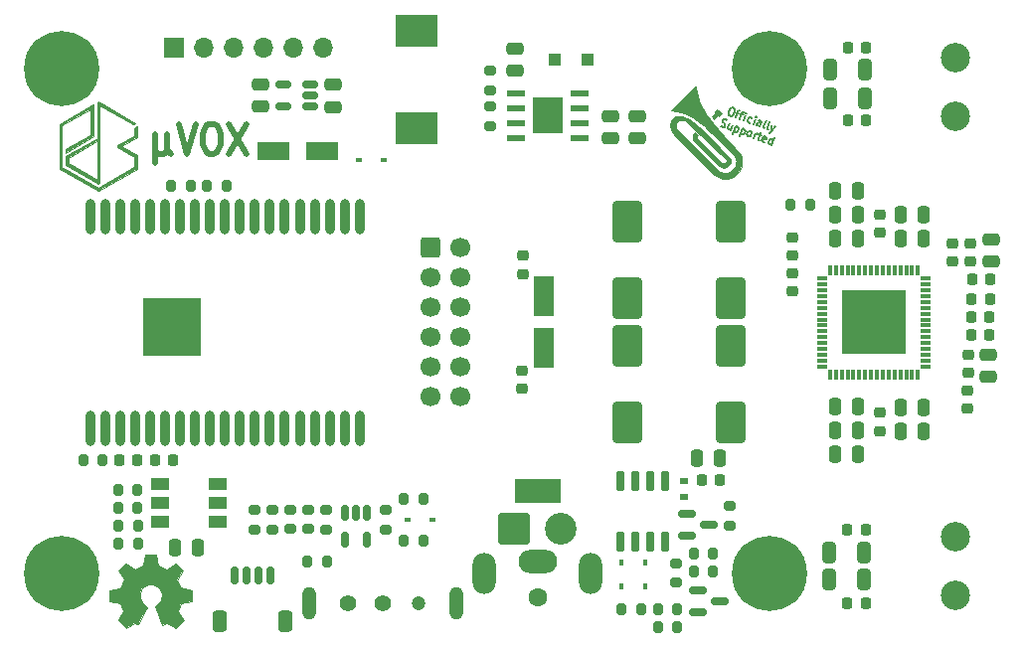
<source format=gbr>
G04 #@! TF.GenerationSoftware,KiCad,Pcbnew,(6.0.4-0)*
G04 #@! TF.CreationDate,2022-11-14T15:10:57+01:00*
G04 #@! TF.ProjectId,muVox,6d75566f-782e-46b6-9963-61645f706362,rc1*
G04 #@! TF.SameCoordinates,Original*
G04 #@! TF.FileFunction,Soldermask,Top*
G04 #@! TF.FilePolarity,Negative*
%FSLAX46Y46*%
G04 Gerber Fmt 4.6, Leading zero omitted, Abs format (unit mm)*
G04 Created by KiCad (PCBNEW (6.0.4-0)) date 2022-11-14 15:10:57*
%MOMM*%
%LPD*%
G01*
G04 APERTURE LIST*
G04 Aperture macros list*
%AMRoundRect*
0 Rectangle with rounded corners*
0 $1 Rounding radius*
0 $2 $3 $4 $5 $6 $7 $8 $9 X,Y pos of 4 corners*
0 Add a 4 corners polygon primitive as box body*
4,1,4,$2,$3,$4,$5,$6,$7,$8,$9,$2,$3,0*
0 Add four circle primitives for the rounded corners*
1,1,$1+$1,$2,$3*
1,1,$1+$1,$4,$5*
1,1,$1+$1,$6,$7*
1,1,$1+$1,$8,$9*
0 Add four rect primitives between the rounded corners*
20,1,$1+$1,$2,$3,$4,$5,0*
20,1,$1+$1,$4,$5,$6,$7,0*
20,1,$1+$1,$6,$7,$8,$9,0*
20,1,$1+$1,$8,$9,$2,$3,0*%
G04 Aperture macros list end*
%ADD10C,0.100000*%
%ADD11C,0.550000*%
%ADD12C,0.162500*%
%ADD13RoundRect,0.250000X-0.475000X0.250000X-0.475000X-0.250000X0.475000X-0.250000X0.475000X0.250000X0*%
%ADD14C,1.600000*%
%ADD15R,4.000000X2.000000*%
%ADD16O,3.300000X2.000000*%
%ADD17O,2.000000X3.500000*%
%ADD18RoundRect,0.150000X0.150000X-0.725000X0.150000X0.725000X-0.150000X0.725000X-0.150000X-0.725000X0*%
%ADD19RoundRect,0.150000X0.512500X0.150000X-0.512500X0.150000X-0.512500X-0.150000X0.512500X-0.150000X0*%
%ADD20RoundRect,0.250000X-0.600000X-0.600000X0.600000X-0.600000X0.600000X0.600000X-0.600000X0.600000X0*%
%ADD21C,1.700000*%
%ADD22RoundRect,0.225000X0.250000X-0.225000X0.250000X0.225000X-0.250000X0.225000X-0.250000X-0.225000X0*%
%ADD23RoundRect,0.150000X-0.150000X0.512500X-0.150000X-0.512500X0.150000X-0.512500X0.150000X0.512500X0*%
%ADD24RoundRect,0.250000X1.137500X0.550000X-1.137500X0.550000X-1.137500X-0.550000X1.137500X-0.550000X0*%
%ADD25RoundRect,0.150000X-0.587500X-0.150000X0.587500X-0.150000X0.587500X0.150000X-0.587500X0.150000X0*%
%ADD26R,0.450000X0.600000*%
%ADD27RoundRect,0.250000X0.250000X0.475000X-0.250000X0.475000X-0.250000X-0.475000X0.250000X-0.475000X0*%
%ADD28RoundRect,0.200000X0.275000X-0.200000X0.275000X0.200000X-0.275000X0.200000X-0.275000X-0.200000X0*%
%ADD29RoundRect,0.250000X1.000000X-1.500000X1.000000X1.500000X-1.000000X1.500000X-1.000000X-1.500000X0*%
%ADD30RoundRect,0.200000X0.200000X0.275000X-0.200000X0.275000X-0.200000X-0.275000X0.200000X-0.275000X0*%
%ADD31RoundRect,0.225000X-0.225000X-0.250000X0.225000X-0.250000X0.225000X0.250000X-0.225000X0.250000X0*%
%ADD32C,6.400000*%
%ADD33C,2.500000*%
%ADD34R,0.600000X0.450000*%
%ADD35RoundRect,0.225000X0.225000X0.250000X-0.225000X0.250000X-0.225000X-0.250000X0.225000X-0.250000X0*%
%ADD36RoundRect,0.200000X-0.200000X-0.275000X0.200000X-0.275000X0.200000X0.275000X-0.200000X0.275000X0*%
%ADD37RoundRect,0.250000X-1.000000X1.500000X-1.000000X-1.500000X1.000000X-1.500000X1.000000X1.500000X0*%
%ADD38RoundRect,0.250000X-0.325000X-0.650000X0.325000X-0.650000X0.325000X0.650000X-0.325000X0.650000X0*%
%ADD39RoundRect,0.250001X-1.099999X-1.099999X1.099999X-1.099999X1.099999X1.099999X-1.099999X1.099999X0*%
%ADD40C,2.700000*%
%ADD41RoundRect,0.200000X-0.275000X0.200000X-0.275000X-0.200000X0.275000X-0.200000X0.275000X0.200000X0*%
%ADD42R,1.700000X1.700000*%
%ADD43O,1.700000X1.700000*%
%ADD44RoundRect,0.075000X-0.075000X0.362500X-0.075000X-0.362500X0.075000X-0.362500X0.075000X0.362500X0*%
%ADD45RoundRect,0.075000X-0.362500X0.075000X-0.362500X-0.075000X0.362500X-0.075000X0.362500X0.075000X0*%
%ADD46R,5.450000X5.450000*%
%ADD47R,3.600000X2.700000*%
%ADD48R,0.700000X0.600000*%
%ADD49RoundRect,0.250000X0.475000X-0.250000X0.475000X0.250000X-0.475000X0.250000X-0.475000X-0.250000X0*%
%ADD50R,1.550000X0.600000*%
%ADD51R,2.600000X3.100000*%
%ADD52C,1.400000*%
%ADD53C,1.200000*%
%ADD54O,1.208000X2.800000*%
%ADD55RoundRect,0.250000X-0.250000X-0.475000X0.250000X-0.475000X0.250000X0.475000X-0.250000X0.475000X0*%
%ADD56R,1.500000X1.000000*%
%ADD57RoundRect,0.150000X-0.150000X-0.625000X0.150000X-0.625000X0.150000X0.625000X-0.150000X0.625000X0*%
%ADD58RoundRect,0.250000X-0.350000X-0.650000X0.350000X-0.650000X0.350000X0.650000X-0.350000X0.650000X0*%
%ADD59RoundRect,0.225000X-0.250000X0.225000X-0.250000X-0.225000X0.250000X-0.225000X0.250000X0.225000X0*%
%ADD60R,1.800000X3.500000*%
%ADD61O,0.900000X3.000000*%
%ADD62C,0.800000*%
%ADD63R,5.000000X5.000000*%
%ADD64R,1.100000X1.100000*%
G04 APERTURE END LIST*
D10*
G36*
X81451600Y-118560400D02*
G01*
X79091600Y-119940400D01*
X79101600Y-119670400D01*
X81221600Y-118450400D01*
X81221600Y-116210400D01*
X78781600Y-117620400D01*
X78781600Y-121180400D01*
X81861600Y-122960400D01*
X84941600Y-121160400D01*
X84941600Y-120310400D01*
X83501600Y-119470400D01*
X83501600Y-119340400D01*
X84941600Y-118520400D01*
X84941600Y-117820400D01*
X85151600Y-117690400D01*
X85151600Y-118620400D01*
X83831600Y-119390400D01*
X85151600Y-120170400D01*
X85151600Y-121290400D01*
X81861600Y-123210400D01*
X78571600Y-121300400D01*
X78571600Y-117490400D01*
X81441600Y-115840400D01*
X81451600Y-118560400D01*
G37*
X81451600Y-118560400D02*
X79091600Y-119940400D01*
X79101600Y-119670400D01*
X81221600Y-118450400D01*
X81221600Y-116210400D01*
X78781600Y-117620400D01*
X78781600Y-121180400D01*
X81861600Y-122960400D01*
X84941600Y-121160400D01*
X84941600Y-120310400D01*
X83501600Y-119470400D01*
X83501600Y-119340400D01*
X84941600Y-118520400D01*
X84941600Y-117820400D01*
X85151600Y-117690400D01*
X85151600Y-118620400D01*
X83831600Y-119390400D01*
X85151600Y-120170400D01*
X85151600Y-121290400D01*
X81861600Y-123210400D01*
X78571600Y-121300400D01*
X78571600Y-117490400D01*
X81441600Y-115840400D01*
X81451600Y-118560400D01*
G36*
X85021600Y-117410400D02*
G01*
X84801600Y-117530400D01*
X81971600Y-115900400D01*
X81971600Y-122520400D01*
X81861600Y-122580400D01*
X79111600Y-120990400D01*
X79111600Y-120280400D01*
X79341600Y-120410400D01*
X79341600Y-120840400D01*
X81761600Y-122240400D01*
X81771600Y-115640400D01*
X81871600Y-115590400D01*
X85021600Y-117410400D01*
G37*
X85021600Y-117410400D02*
X84801600Y-117530400D01*
X81971600Y-115900400D01*
X81971600Y-122520400D01*
X81861600Y-122580400D01*
X79111600Y-120990400D01*
X79111600Y-120280400D01*
X79341600Y-120410400D01*
X79341600Y-120840400D01*
X81761600Y-122240400D01*
X81771600Y-115640400D01*
X81871600Y-115590400D01*
X85021600Y-117410400D01*
G36*
X134948500Y-116630500D02*
G01*
X134719900Y-116859100D01*
X134643700Y-116782900D01*
X134313500Y-117113100D01*
X134084900Y-116884500D01*
X134415100Y-116554300D01*
X134338900Y-116478100D01*
X134567500Y-116249500D01*
X134948500Y-116630500D01*
G37*
X134948500Y-116630500D02*
X134719900Y-116859100D01*
X134643700Y-116782900D01*
X134313500Y-117113100D01*
X134084900Y-116884500D01*
X134415100Y-116554300D01*
X134338900Y-116478100D01*
X134567500Y-116249500D01*
X134948500Y-116630500D01*
G36*
X81731600Y-118990400D02*
G01*
X79331600Y-120380400D01*
X79111600Y-120270400D01*
X81741600Y-118770400D01*
X81731600Y-118990400D01*
G37*
X81731600Y-118990400D02*
X79331600Y-120380400D01*
X79111600Y-120270400D01*
X81741600Y-118770400D01*
X81731600Y-118990400D01*
G36*
X132799100Y-114499100D02*
G01*
X132824500Y-114753100D01*
X132926100Y-115159500D01*
X133129300Y-115769100D01*
X133357900Y-116200900D01*
X133688100Y-116785100D01*
X133992900Y-117191500D01*
X134246900Y-117521700D01*
X134780300Y-118131300D01*
X135262900Y-118664700D01*
X135770900Y-119198100D01*
X136253500Y-119680700D01*
X136532900Y-120036300D01*
X136659900Y-120417300D01*
X136685300Y-120823700D01*
X136659900Y-121103100D01*
X136583700Y-121306300D01*
X136405900Y-121611100D01*
X136253500Y-121788900D01*
X135974100Y-121992100D01*
X135694700Y-122093700D01*
X135364500Y-122144500D01*
X135085100Y-122144500D01*
X134856500Y-122093700D01*
X134450100Y-121890500D01*
X134069100Y-121560300D01*
X131021100Y-118512300D01*
X130817900Y-118283700D01*
X130640100Y-117978900D01*
X130589300Y-117623300D01*
X130665500Y-117293100D01*
X130767100Y-117064500D01*
X130995700Y-116861300D01*
X131300500Y-116810500D01*
X131605300Y-116835900D01*
X131960900Y-116988300D01*
X132341900Y-117216900D01*
X132824500Y-117597900D01*
X133357900Y-118055100D01*
X135440700Y-120188700D01*
X135643900Y-120391900D01*
X135720100Y-120595100D01*
X135694700Y-120798300D01*
X135593100Y-120976100D01*
X135440700Y-121103100D01*
X135262900Y-121179300D01*
X135110500Y-121204700D01*
X134932700Y-121179300D01*
X134704100Y-121052300D01*
X132621300Y-118969500D01*
X132519700Y-118817100D01*
X132494300Y-118588500D01*
X132545100Y-118410700D01*
X132595900Y-118283700D01*
X132697500Y-118232900D01*
X132926100Y-118461500D01*
X132875300Y-118512300D01*
X132824500Y-118613900D01*
X132849900Y-118715500D01*
X134932700Y-120798300D01*
X134983500Y-120823700D01*
X135059700Y-120849100D01*
X135135900Y-120849100D01*
X135237500Y-120823700D01*
X135313700Y-120772900D01*
X135364500Y-120722100D01*
X135389900Y-120645900D01*
X135364500Y-120569700D01*
X132037100Y-117318500D01*
X131859300Y-117216900D01*
X131757700Y-117166100D01*
X131630700Y-117140700D01*
X131478300Y-117140700D01*
X131325900Y-117191500D01*
X131224300Y-117267700D01*
X131097300Y-117420100D01*
X131071900Y-117496300D01*
X131046500Y-117623300D01*
X131071900Y-117826500D01*
X131148100Y-117978900D01*
X134526300Y-121357100D01*
X134653300Y-121458700D01*
X134881900Y-121585700D01*
X135008900Y-121636500D01*
X135161300Y-121661900D01*
X135364500Y-121661900D01*
X135669300Y-121560300D01*
X135847100Y-121433300D01*
X135999500Y-121280900D01*
X136126500Y-121077700D01*
X136177300Y-120849100D01*
X136202700Y-120671300D01*
X136177300Y-120442700D01*
X136050300Y-120239500D01*
X134196100Y-118359900D01*
X133815100Y-118004300D01*
X133484900Y-117699500D01*
X132951500Y-117293100D01*
X132468900Y-116962900D01*
X132011700Y-116708900D01*
X131478300Y-116505700D01*
X130665500Y-116353300D01*
X132748300Y-114270500D01*
X132799100Y-114499100D01*
G37*
X132799100Y-114499100D02*
X132824500Y-114753100D01*
X132926100Y-115159500D01*
X133129300Y-115769100D01*
X133357900Y-116200900D01*
X133688100Y-116785100D01*
X133992900Y-117191500D01*
X134246900Y-117521700D01*
X134780300Y-118131300D01*
X135262900Y-118664700D01*
X135770900Y-119198100D01*
X136253500Y-119680700D01*
X136532900Y-120036300D01*
X136659900Y-120417300D01*
X136685300Y-120823700D01*
X136659900Y-121103100D01*
X136583700Y-121306300D01*
X136405900Y-121611100D01*
X136253500Y-121788900D01*
X135974100Y-121992100D01*
X135694700Y-122093700D01*
X135364500Y-122144500D01*
X135085100Y-122144500D01*
X134856500Y-122093700D01*
X134450100Y-121890500D01*
X134069100Y-121560300D01*
X131021100Y-118512300D01*
X130817900Y-118283700D01*
X130640100Y-117978900D01*
X130589300Y-117623300D01*
X130665500Y-117293100D01*
X130767100Y-117064500D01*
X130995700Y-116861300D01*
X131300500Y-116810500D01*
X131605300Y-116835900D01*
X131960900Y-116988300D01*
X132341900Y-117216900D01*
X132824500Y-117597900D01*
X133357900Y-118055100D01*
X135440700Y-120188700D01*
X135643900Y-120391900D01*
X135720100Y-120595100D01*
X135694700Y-120798300D01*
X135593100Y-120976100D01*
X135440700Y-121103100D01*
X135262900Y-121179300D01*
X135110500Y-121204700D01*
X134932700Y-121179300D01*
X134704100Y-121052300D01*
X132621300Y-118969500D01*
X132519700Y-118817100D01*
X132494300Y-118588500D01*
X132545100Y-118410700D01*
X132595900Y-118283700D01*
X132697500Y-118232900D01*
X132926100Y-118461500D01*
X132875300Y-118512300D01*
X132824500Y-118613900D01*
X132849900Y-118715500D01*
X134932700Y-120798300D01*
X134983500Y-120823700D01*
X135059700Y-120849100D01*
X135135900Y-120849100D01*
X135237500Y-120823700D01*
X135313700Y-120772900D01*
X135364500Y-120722100D01*
X135389900Y-120645900D01*
X135364500Y-120569700D01*
X132037100Y-117318500D01*
X131859300Y-117216900D01*
X131757700Y-117166100D01*
X131630700Y-117140700D01*
X131478300Y-117140700D01*
X131325900Y-117191500D01*
X131224300Y-117267700D01*
X131097300Y-117420100D01*
X131071900Y-117496300D01*
X131046500Y-117623300D01*
X131071900Y-117826500D01*
X131148100Y-117978900D01*
X134526300Y-121357100D01*
X134653300Y-121458700D01*
X134881900Y-121585700D01*
X135008900Y-121636500D01*
X135161300Y-121661900D01*
X135364500Y-121661900D01*
X135669300Y-121560300D01*
X135847100Y-121433300D01*
X135999500Y-121280900D01*
X136126500Y-121077700D01*
X136177300Y-120849100D01*
X136202700Y-120671300D01*
X136177300Y-120442700D01*
X136050300Y-120239500D01*
X134196100Y-118359900D01*
X133815100Y-118004300D01*
X133484900Y-117699500D01*
X132951500Y-117293100D01*
X132468900Y-116962900D01*
X132011700Y-116708900D01*
X131478300Y-116505700D01*
X130665500Y-116353300D01*
X132748300Y-114270500D01*
X132799100Y-114499100D01*
G36*
X86982050Y-155129730D02*
G01*
X87686000Y-155417781D01*
X88481050Y-154911880D01*
X89100600Y-155550000D01*
X88600600Y-156350000D01*
X88872750Y-157003331D01*
X89817600Y-157240430D01*
X89817600Y-158133180D01*
X88900600Y-158350000D01*
X88634050Y-159029710D01*
X89116350Y-159791700D01*
X88484850Y-160469600D01*
X87742150Y-160006000D01*
X87334700Y-160153571D01*
X86733565Y-158600830D01*
X87181700Y-158172230D01*
X87300600Y-157550000D01*
X87020000Y-157008480D01*
X86527135Y-156742630D01*
X86100600Y-156750000D01*
X85641720Y-157008480D01*
X85400600Y-157450000D01*
X85400600Y-157850000D01*
X85600600Y-158250000D01*
X86000600Y-158650000D01*
X85300600Y-160150000D01*
X84919600Y-160006000D01*
X84231670Y-160478010D01*
X83548345Y-159787360D01*
X84027675Y-159029440D01*
X83722495Y-158334980D01*
X82844405Y-158133180D01*
X82844405Y-157252080D01*
X83743654Y-157045930D01*
X84047475Y-156324930D01*
X83554045Y-155538730D01*
X84231670Y-154907030D01*
X84976025Y-155417781D01*
X85678880Y-155134830D01*
X85890470Y-154206030D01*
X86782670Y-154206030D01*
X86982050Y-155129730D01*
G37*
X86982050Y-155129730D02*
X87686000Y-155417781D01*
X88481050Y-154911880D01*
X89100600Y-155550000D01*
X88600600Y-156350000D01*
X88872750Y-157003331D01*
X89817600Y-157240430D01*
X89817600Y-158133180D01*
X88900600Y-158350000D01*
X88634050Y-159029710D01*
X89116350Y-159791700D01*
X88484850Y-160469600D01*
X87742150Y-160006000D01*
X87334700Y-160153571D01*
X86733565Y-158600830D01*
X87181700Y-158172230D01*
X87300600Y-157550000D01*
X87020000Y-157008480D01*
X86527135Y-156742630D01*
X86100600Y-156750000D01*
X85641720Y-157008480D01*
X85400600Y-157450000D01*
X85400600Y-157850000D01*
X85600600Y-158250000D01*
X86000600Y-158650000D01*
X85300600Y-160150000D01*
X84919600Y-160006000D01*
X84231670Y-160478010D01*
X83548345Y-159787360D01*
X84027675Y-159029440D01*
X83722495Y-158334980D01*
X82844405Y-158133180D01*
X82844405Y-157252080D01*
X83743654Y-157045930D01*
X84047475Y-156324930D01*
X83554045Y-155538730D01*
X84231670Y-154907030D01*
X84976025Y-155417781D01*
X85678880Y-155134830D01*
X85890470Y-154206030D01*
X86782670Y-154206030D01*
X86982050Y-155129730D01*
D11*
X86703371Y-118361685D02*
X86703371Y-120861685D01*
X87750990Y-119671209D02*
X87855752Y-119909304D01*
X88065276Y-120028352D01*
X86703371Y-119671209D02*
X86808133Y-119909304D01*
X87017657Y-120028352D01*
X87436704Y-120028352D01*
X87646228Y-119909304D01*
X87750990Y-119671209D01*
X87750990Y-118361685D01*
X88693847Y-117528352D02*
X89427180Y-120028352D01*
X90160514Y-117528352D01*
X91312895Y-117528352D02*
X91731942Y-117528352D01*
X91941466Y-117647400D01*
X92150990Y-117885495D01*
X92255752Y-118361685D01*
X92255752Y-119195019D01*
X92150990Y-119671209D01*
X91941466Y-119909304D01*
X91731942Y-120028352D01*
X91312895Y-120028352D01*
X91103371Y-119909304D01*
X90893847Y-119671209D01*
X90789085Y-119195019D01*
X90789085Y-118361685D01*
X90893847Y-117885495D01*
X91103371Y-117647400D01*
X91312895Y-117528352D01*
X92989085Y-117528352D02*
X94455752Y-120028352D01*
X94455752Y-117528352D02*
X92989085Y-120028352D01*
D12*
X135850163Y-116113507D02*
X135966506Y-116155853D01*
X136013277Y-116208348D01*
X136048647Y-116292167D01*
X136032130Y-116428046D01*
X135952325Y-116647307D01*
X135877637Y-116762013D01*
X135796664Y-116803487D01*
X135727092Y-116813637D01*
X135610749Y-116771292D01*
X135563978Y-116718796D01*
X135528608Y-116634977D01*
X135545125Y-116499099D01*
X135624930Y-116279837D01*
X135699618Y-116165131D01*
X135780591Y-116123658D01*
X135850163Y-116113507D01*
X136206644Y-116491564D02*
X136439330Y-116576255D01*
X136134292Y-116961846D02*
X136339504Y-116398031D01*
X136391391Y-116345971D01*
X136460963Y-116335820D01*
X136519135Y-116356993D01*
X136555673Y-116618600D02*
X136788359Y-116703291D01*
X136483321Y-117088882D02*
X136688533Y-116525067D01*
X136740420Y-116473007D01*
X136809992Y-116462856D01*
X136868164Y-116484029D01*
X136832350Y-117215918D02*
X136991959Y-116777395D01*
X137071764Y-116558133D02*
X137031277Y-116578870D01*
X137048962Y-116620780D01*
X137089449Y-116600043D01*
X137071764Y-116558133D01*
X137048962Y-116620780D01*
X137396379Y-117385736D02*
X137326807Y-117395886D01*
X137210464Y-117353541D01*
X137163693Y-117301045D01*
X137146008Y-117259135D01*
X137139724Y-117185903D01*
X137208128Y-116997964D01*
X137260015Y-116945905D01*
X137300501Y-116925168D01*
X137370073Y-116915017D01*
X137486416Y-116957363D01*
X137533187Y-117009859D01*
X137646750Y-117512336D02*
X137806359Y-117073812D01*
X137886164Y-116854551D02*
X137845677Y-116875288D01*
X137863363Y-116917197D01*
X137903849Y-116896460D01*
X137886164Y-116854551D01*
X137863363Y-116917197D01*
X138199379Y-117713476D02*
X138324786Y-117368922D01*
X138318502Y-117295690D01*
X138271731Y-117243194D01*
X138155388Y-117200849D01*
X138085816Y-117210999D01*
X138210779Y-117682153D02*
X138141207Y-117692303D01*
X137995778Y-117639372D01*
X137949008Y-117586876D01*
X137942723Y-117513643D01*
X137965525Y-117450997D01*
X138017412Y-117398937D01*
X138086984Y-117388787D01*
X138232412Y-117441719D01*
X138301985Y-117431568D01*
X138577493Y-117851099D02*
X138530722Y-117798603D01*
X138524438Y-117725370D01*
X138729650Y-117161555D01*
X138897436Y-117967548D02*
X138850665Y-117915052D01*
X138844381Y-117841820D01*
X139049593Y-117278004D01*
X139231560Y-117592543D02*
X139217379Y-118083998D01*
X139522417Y-117698406D02*
X139217379Y-118083998D01*
X139102204Y-118219441D01*
X139061718Y-118240177D01*
X138992146Y-118250328D01*
X134844035Y-117656087D02*
X134919892Y-117719170D01*
X135065321Y-117772101D01*
X135134893Y-117761951D01*
X135175379Y-117741214D01*
X135227266Y-117689154D01*
X135250068Y-117626508D01*
X135243783Y-117553276D01*
X135226098Y-117511366D01*
X135179327Y-117458870D01*
X135074385Y-117385202D01*
X135027614Y-117332706D01*
X135009929Y-117290797D01*
X135003645Y-117217564D01*
X135026446Y-117154918D01*
X135078333Y-117102858D01*
X135118820Y-117082121D01*
X135188392Y-117071971D01*
X135333820Y-117124903D01*
X135409677Y-117187985D01*
X135864816Y-117566477D02*
X135705207Y-118005001D01*
X135603044Y-117471200D02*
X135477637Y-117815754D01*
X135483921Y-117888987D01*
X135530692Y-117941483D01*
X135617949Y-117973242D01*
X135687521Y-117963091D01*
X135728008Y-117942354D01*
X136155673Y-117672341D02*
X135916259Y-118330126D01*
X136144273Y-117703664D02*
X136213845Y-117693513D01*
X136330188Y-117735859D01*
X136376958Y-117788355D01*
X136394643Y-117830264D01*
X136400928Y-117903497D01*
X136332524Y-118091435D01*
X136280637Y-118143495D01*
X136240150Y-118164232D01*
X136170578Y-118174382D01*
X136054235Y-118132037D01*
X136007464Y-118079541D01*
X136708302Y-117873481D02*
X136468888Y-118531266D01*
X136696901Y-117904804D02*
X136766473Y-117894654D01*
X136882816Y-117936999D01*
X136929587Y-117989495D01*
X136947272Y-118031404D01*
X136953556Y-118104637D01*
X136885152Y-118292575D01*
X136833265Y-118344635D01*
X136792779Y-118365372D01*
X136723207Y-118375522D01*
X136606864Y-118333177D01*
X136560093Y-118280681D01*
X137188578Y-118544904D02*
X137141808Y-118492408D01*
X137124123Y-118450499D01*
X137117838Y-118377266D01*
X137186242Y-118189328D01*
X137238129Y-118137268D01*
X137278616Y-118116531D01*
X137348188Y-118106381D01*
X137435445Y-118138140D01*
X137482216Y-118190635D01*
X137499901Y-118232545D01*
X137506185Y-118305777D01*
X137437781Y-118493716D01*
X137385894Y-118545776D01*
X137345408Y-118566512D01*
X137275836Y-118576663D01*
X137188578Y-118544904D01*
X137653950Y-118714285D02*
X137813559Y-118275762D01*
X137767957Y-118401054D02*
X137819844Y-118348995D01*
X137860330Y-118328258D01*
X137929902Y-118318107D01*
X137988074Y-118339280D01*
X138104417Y-118381625D02*
X138337102Y-118466316D01*
X138271479Y-118194123D02*
X138066266Y-118757938D01*
X138072551Y-118831171D01*
X138119322Y-118883667D01*
X138177493Y-118904839D01*
X138625180Y-119032311D02*
X138555607Y-119042462D01*
X138439265Y-119000116D01*
X138392494Y-118947621D01*
X138386209Y-118874388D01*
X138477415Y-118623803D01*
X138529302Y-118571744D01*
X138598874Y-118561593D01*
X138715217Y-118603939D01*
X138761988Y-118656434D01*
X138768272Y-118729667D01*
X138745471Y-118792313D01*
X138431812Y-118749096D01*
X139166408Y-119264775D02*
X139405822Y-118606990D01*
X139177808Y-119233452D02*
X139108236Y-119243602D01*
X138991893Y-119201257D01*
X138945123Y-119148761D01*
X138927438Y-119106852D01*
X138921153Y-119033619D01*
X138989557Y-118845681D01*
X139041444Y-118793621D01*
X139081931Y-118772884D01*
X139151503Y-118762734D01*
X139267846Y-118805079D01*
X139314616Y-118857575D01*
D13*
X101859100Y-114146800D03*
X101859100Y-116046800D03*
X95709100Y-114129900D03*
X95709100Y-116029900D03*
D14*
X119260100Y-157789300D03*
D15*
X119260100Y-148789300D03*
D16*
X119260100Y-154789300D03*
D17*
X114760100Y-155789300D03*
X123760100Y-155789300D03*
D18*
X126314200Y-153068100D03*
X127584200Y-153068100D03*
X128854200Y-153068100D03*
X130124200Y-153068100D03*
X130124200Y-147918100D03*
X128854200Y-147918100D03*
X127584200Y-147918100D03*
X126314200Y-147918100D03*
D19*
X99927600Y-116029300D03*
X99927600Y-115079300D03*
X99927600Y-114129300D03*
X97652600Y-114129300D03*
X97652600Y-116029300D03*
D20*
X110187600Y-128004300D03*
D21*
X112727600Y-128004300D03*
X110187600Y-130544300D03*
X112727600Y-130544300D03*
X110187600Y-133084300D03*
X112727600Y-133084300D03*
X110187600Y-135624300D03*
X112727600Y-135624300D03*
X110187600Y-138164300D03*
X112727600Y-138164300D03*
X110187600Y-140704300D03*
X112727600Y-140704300D03*
D22*
X140960100Y-128694300D03*
X140960100Y-127144300D03*
D23*
X104763400Y-150647700D03*
X103813400Y-150647700D03*
X102863400Y-150647700D03*
X102863400Y-152922700D03*
X104763400Y-152922700D03*
D24*
X100902600Y-119829300D03*
X96777600Y-119829300D03*
D25*
X132887500Y-157200000D03*
X132887500Y-159100000D03*
X134762500Y-158150000D03*
D26*
X128450000Y-154825000D03*
X128450000Y-156925000D03*
D27*
X152140100Y-127229300D03*
X150240100Y-127229300D03*
D28*
X95199200Y-152031200D03*
X95199200Y-150381200D03*
D29*
X135760480Y-142894790D03*
X135760480Y-136394790D03*
D22*
X148400100Y-126734300D03*
X148400100Y-125184300D03*
D30*
X85215900Y-148675000D03*
X83565900Y-148675000D03*
D31*
X133275000Y-147800000D03*
X134825000Y-147800000D03*
D32*
X78770100Y-155779300D03*
D27*
X152140100Y-141679300D03*
X150240100Y-141679300D03*
D33*
X154840100Y-157629300D03*
X154840100Y-152629300D03*
D30*
X131150000Y-160350000D03*
X129500000Y-160350000D03*
D34*
X108184200Y-151206200D03*
X110284200Y-151206200D03*
D35*
X147215100Y-152049300D03*
X145665100Y-152049300D03*
D36*
X107884200Y-152956200D03*
X109534200Y-152956200D03*
D27*
X152140100Y-143679300D03*
X150240100Y-143679300D03*
D37*
X126915100Y-125804300D03*
X126915100Y-132304300D03*
D30*
X85225000Y-151725000D03*
X83575000Y-151725000D03*
D35*
X88225000Y-146175000D03*
X86675000Y-146175000D03*
X147210100Y-158289300D03*
X145660100Y-158289300D03*
X147260100Y-117219300D03*
X145710100Y-117219300D03*
D38*
X144140100Y-153979300D03*
X147090100Y-153979300D03*
D27*
X146540100Y-123189300D03*
X144640100Y-123189300D03*
D30*
X109534200Y-149456200D03*
X107884200Y-149456200D03*
D22*
X155905200Y-141719600D03*
X155905200Y-140169600D03*
D38*
X144135100Y-156339300D03*
X147085100Y-156339300D03*
D30*
X89740100Y-122779300D03*
X88090100Y-122779300D03*
X85225000Y-153275000D03*
X83575000Y-153275000D03*
D35*
X85200000Y-146175000D03*
X83650000Y-146175000D03*
D13*
X117365100Y-111079300D03*
X117365100Y-112979300D03*
D39*
X117270100Y-151954300D03*
D40*
X121230100Y-151954300D03*
D38*
X144185100Y-115279300D03*
X147135100Y-115279300D03*
D22*
X118015100Y-130279300D03*
X118015100Y-128729300D03*
D35*
X157775100Y-133939300D03*
X156225100Y-133939300D03*
D41*
X101299400Y-150381200D03*
X101299400Y-152031200D03*
D27*
X146540100Y-127229300D03*
X144640100Y-127229300D03*
D28*
X115265100Y-114604300D03*
X115265100Y-112954300D03*
D32*
X78770100Y-112759300D03*
D38*
X144185100Y-112904300D03*
X147135100Y-112904300D03*
D42*
X88290100Y-110979300D03*
D43*
X90830100Y-110979300D03*
X93370100Y-110979300D03*
X95910100Y-110979300D03*
X98450100Y-110979300D03*
X100990100Y-110979300D03*
D28*
X115265100Y-117654300D03*
X115265100Y-116004300D03*
D44*
X151671350Y-129973050D03*
X151171350Y-129973050D03*
X150671350Y-129973050D03*
X150171350Y-129973050D03*
X149671350Y-129973050D03*
X149171350Y-129973050D03*
X148671350Y-129973050D03*
X148171350Y-129973050D03*
X147671350Y-129973050D03*
X147171350Y-129973050D03*
X146671350Y-129973050D03*
X146171350Y-129973050D03*
X145671350Y-129973050D03*
X145171350Y-129973050D03*
X144671350Y-129973050D03*
X144171350Y-129973050D03*
D45*
X143483850Y-130660550D03*
X143483850Y-131160550D03*
X143483850Y-131660550D03*
X143483850Y-132160550D03*
X143483850Y-132660550D03*
X143483850Y-133160550D03*
X143483850Y-133660550D03*
X143483850Y-134160550D03*
X143483850Y-134660550D03*
X143483850Y-135160550D03*
X143483850Y-135660550D03*
X143483850Y-136160550D03*
X143483850Y-136660550D03*
X143483850Y-137160550D03*
X143483850Y-137660550D03*
X143483850Y-138160550D03*
D44*
X144171350Y-138848050D03*
X144671350Y-138848050D03*
X145171350Y-138848050D03*
X145671350Y-138848050D03*
X146171350Y-138848050D03*
X146671350Y-138848050D03*
X147171350Y-138848050D03*
X147671350Y-138848050D03*
X148171350Y-138848050D03*
X148671350Y-138848050D03*
X149171350Y-138848050D03*
X149671350Y-138848050D03*
X150171350Y-138848050D03*
X150671350Y-138848050D03*
X151171350Y-138848050D03*
X151671350Y-138848050D03*
D45*
X152358850Y-138160550D03*
X152358850Y-137660550D03*
X152358850Y-137160550D03*
X152358850Y-136660550D03*
X152358850Y-136160550D03*
X152358850Y-135660550D03*
X152358850Y-135160550D03*
X152358850Y-134660550D03*
X152358850Y-134160550D03*
X152358850Y-133660550D03*
X152358850Y-133160550D03*
X152358850Y-132660550D03*
X152358850Y-132160550D03*
X152358850Y-131660550D03*
X152358850Y-131160550D03*
X152358850Y-130660550D03*
D46*
X147921350Y-134410550D03*
D47*
X108968100Y-109593300D03*
X108968100Y-117893300D03*
D41*
X131100000Y-154925000D03*
X131100000Y-156575000D03*
D48*
X131750000Y-149275000D03*
X131750000Y-147875000D03*
D36*
X132575000Y-155650000D03*
X134225000Y-155650000D03*
X80575000Y-146175000D03*
X82225000Y-146175000D03*
D22*
X140960100Y-131734300D03*
X140960100Y-130184300D03*
D30*
X85215000Y-150198300D03*
X83565000Y-150198300D03*
D49*
X157930100Y-129219300D03*
X157930100Y-127319300D03*
D41*
X106324400Y-150381200D03*
X106324400Y-152031200D03*
D50*
X117422600Y-114856800D03*
X117422600Y-116126800D03*
X117422600Y-117396800D03*
X117422600Y-118666800D03*
X122822600Y-118666800D03*
X122822600Y-117396800D03*
X122822600Y-116126800D03*
X122822600Y-114856800D03*
D51*
X120122600Y-116761800D03*
D30*
X92765100Y-122779300D03*
X91115100Y-122779300D03*
D52*
X103120400Y-158362800D03*
X106120400Y-158362800D03*
D53*
X109120400Y-158362800D03*
D54*
X99820400Y-158362800D03*
X112320400Y-158362800D03*
D27*
X146540100Y-143629300D03*
X144640100Y-143629300D03*
D30*
X128100000Y-158825000D03*
X126450000Y-158825000D03*
D36*
X99682800Y-154762200D03*
X101332800Y-154762200D03*
D27*
X146540100Y-141579300D03*
X144640100Y-141579300D03*
D28*
X96723200Y-152031200D03*
X96723200Y-150381200D03*
D35*
X147260100Y-110959300D03*
X145710100Y-110959300D03*
D25*
X132000000Y-150675000D03*
X132000000Y-152575000D03*
X133875000Y-151625000D03*
D41*
X135650000Y-150075000D03*
X135650000Y-151725000D03*
D30*
X131150000Y-158825000D03*
X129500000Y-158825000D03*
D36*
X140805100Y-124339300D03*
X142455100Y-124339300D03*
D29*
X126890100Y-142904300D03*
X126890100Y-136404300D03*
D55*
X132879000Y-146002200D03*
X134779000Y-146002200D03*
D37*
X135760480Y-125837290D03*
X135760480Y-132337290D03*
D28*
X98247200Y-152019000D03*
X98247200Y-150369000D03*
D55*
X88422400Y-153619200D03*
X90322400Y-153619200D03*
D22*
X155940100Y-138689300D03*
X155940100Y-137139300D03*
D28*
X99771200Y-152019000D03*
X99771200Y-150369000D03*
D13*
X157680100Y-137149300D03*
X157680100Y-139049300D03*
D22*
X154600100Y-129224300D03*
X154600100Y-127674300D03*
D56*
X87150000Y-148150000D03*
X87150000Y-149750000D03*
X87150000Y-151350000D03*
X92050000Y-151350000D03*
X92050000Y-149750000D03*
X92050000Y-148150000D03*
D57*
X93496000Y-155988000D03*
X94496000Y-155988000D03*
X95496000Y-155988000D03*
X96496000Y-155988000D03*
D58*
X92196000Y-159863000D03*
X97796000Y-159863000D03*
D13*
X127742600Y-116827800D03*
X127742600Y-118727800D03*
D32*
X139000000Y-112759300D03*
D27*
X146540100Y-125229300D03*
X144640100Y-125229300D03*
D36*
X132575000Y-154125000D03*
X134225000Y-154125000D03*
D22*
X156140100Y-129239300D03*
X156140100Y-127689300D03*
D59*
X148430100Y-142114300D03*
X148430100Y-143664300D03*
D31*
X156280100Y-130729300D03*
X157830100Y-130729300D03*
D34*
X104065100Y-120579300D03*
X106165100Y-120579300D03*
D60*
X119840100Y-136579300D03*
X119840100Y-132179300D03*
D59*
X117965100Y-138504300D03*
X117965100Y-140054300D03*
D61*
X81230100Y-143410550D03*
X82500100Y-143410550D03*
X83770100Y-143410550D03*
X85040100Y-143410550D03*
X86310100Y-143410550D03*
X87580100Y-143410550D03*
X88850100Y-143410550D03*
X90120100Y-143410550D03*
X91390100Y-143410550D03*
X92660100Y-143410550D03*
X93930100Y-143410550D03*
X95200100Y-143410550D03*
X96470100Y-143410550D03*
X97740100Y-143410550D03*
X99040100Y-143410550D03*
X100310100Y-143410550D03*
X101580100Y-143410550D03*
X102850100Y-143410550D03*
X104120100Y-143410550D03*
X104120100Y-125410550D03*
X102850100Y-125410550D03*
X101580100Y-125410550D03*
X100310100Y-125410550D03*
X99040100Y-125410550D03*
X97740100Y-125380550D03*
X96470100Y-125380550D03*
X95200100Y-125380550D03*
X93930100Y-125380550D03*
X92660100Y-125380550D03*
X91390100Y-125380550D03*
X90120100Y-125380550D03*
X88850100Y-125380550D03*
X87580100Y-125380550D03*
X86310100Y-125380550D03*
X85040100Y-125380550D03*
X83770100Y-125380550D03*
X82500100Y-125380550D03*
X81230100Y-125380550D03*
D62*
X87140100Y-134810550D03*
X86140100Y-132810550D03*
X86140100Y-135810550D03*
X89140100Y-133810550D03*
X87140100Y-133810550D03*
X88140100Y-135810550D03*
X89140100Y-136810550D03*
X87140100Y-132810550D03*
X86140100Y-134810550D03*
X90140100Y-136810550D03*
X89140100Y-134810550D03*
X86140100Y-133810550D03*
X88140100Y-133810550D03*
D63*
X88150100Y-134810550D03*
D62*
X89140100Y-132810550D03*
X90140100Y-133810550D03*
X88140100Y-134810550D03*
X90140100Y-132810550D03*
X88140100Y-136810550D03*
X89140100Y-135810550D03*
X87140100Y-135810550D03*
X86140100Y-136810550D03*
X87140100Y-136810550D03*
X90140100Y-134810550D03*
X90140100Y-135810550D03*
X88140100Y-132810550D03*
D13*
X125456600Y-116827800D03*
X125456600Y-118727800D03*
D31*
X156215100Y-135459300D03*
X157765100Y-135459300D03*
D26*
X126450000Y-154825000D03*
X126450000Y-156925000D03*
D27*
X146540100Y-145639300D03*
X144640100Y-145639300D03*
D33*
X154890100Y-111829300D03*
X154890100Y-116829300D03*
D64*
X123515100Y-112029300D03*
X120715100Y-112029300D03*
D27*
X152140100Y-125229300D03*
X150240100Y-125229300D03*
D31*
X156240100Y-132419300D03*
X157790100Y-132419300D03*
D32*
X139000000Y-155779300D03*
M02*

</source>
